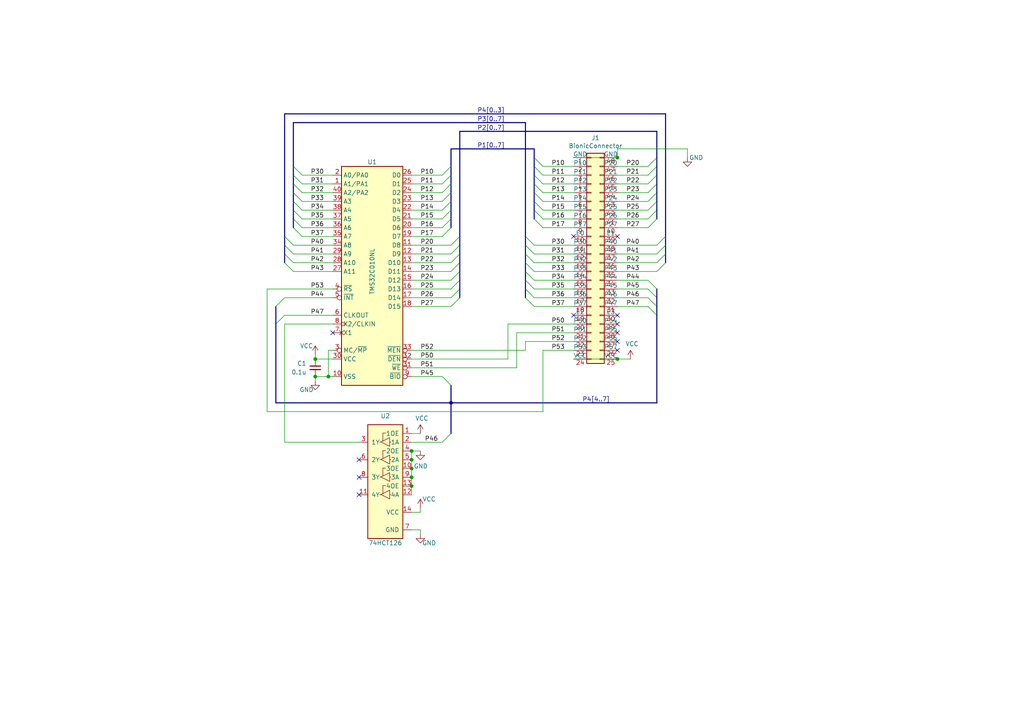
<source format=kicad_sch>
(kicad_sch (version 20211123) (generator eeschema)
  (paper "A4")
  (title_block (title "BionicTMS32010 Mezzanine") (date "2022-01-20") (rev "1") (company "Tadashi G. Takaoka"))
  (lib_symbols
    (symbol "0-LocalLibrary:74HCT126" (pin_names (offset 1.016))
      (property "Reference" "U" (at 0 16.51 0))
      (property "Value" "74HCT126" (at 0 -19.05 0))
      (symbol "74HCT126_0_1"
        (polyline (pts (xy -1.2954 10.2108) (xy -1.6002 10.2108)))
        (polyline (pts (xy 1.2954 10.2362) (xy 1.651 10.2362)))
        (polyline (pts (xy 0.7112 10.5664) (xy 0.7112 12.827) (xy -0.127 12.827) (xy -0.1016 12.827)))
      )
      (symbol "74HCT126_1_0"
        (polyline (pts (xy 1.27 10.2362) (xy -1.27 11.5062) (xy -1.27 8.9662) (xy 1.27 10.2362)) (stroke (width 0.1524)))
        (pin input line (at -7.62 12.7 0) (length 2.54) (name "1OE") (number "1"))
        (pin input line (at -7.62 2.54 0) (length 2.54) (name "3OE") (number "10"))
        (pin tri_state line (at 7.62 -5.08 180) (length 2.54) (name "4Y") (number "11"))
        (pin input line (at -7.62 -5.08 0) (length 2.54) (name "4A") (number "12"))
        (pin input line (at -7.62 -2.54 0) (length 2.54) (name "4OE") (number "13"))
        (pin power_in line (at -7.62 -10.16 0) (length 2.54) (name "VCC") (number "14"))
        (pin input line (at -7.62 10.16 0) (length 2.54) (name "1A") (number "2"))
        (pin tri_state line (at 7.62 10.16 180) (length 2.54) (name "1Y") (number "3"))
        (pin input line (at -7.62 7.62 0) (length 2.54) (name "2OE") (number "4"))
        (pin input line (at -7.62 5.08 0) (length 2.54) (name "2A") (number "5"))
        (pin tri_state line (at 7.62 5.08 180) (length 2.54) (name "2Y") (number "6"))
        (pin power_in line (at -7.62 -15.24 0) (length 2.54) (name "GND") (number "7"))
        (pin tri_state line (at 7.62 0 180) (length 2.54) (name "3Y") (number "8"))
        (pin input line (at -7.62 0 0) (length 2.54) (name "3A") (number "9"))
      )
      (symbol "74HCT126_1_1"
        (rectangle (start -5.08 15.24) (end 5.08 -17.78) (stroke (width 0.254)) (fill (type background)))
        (polyline (pts (xy -1.2954 -5.0292) (xy -1.6002 -5.0292)))
        (polyline (pts (xy -1.2954 0.0508) (xy -1.6002 0.0508)))
        (polyline (pts (xy -1.2954 5.1308) (xy -1.6002 5.1308)))
        (polyline (pts (xy 1.2954 -5.0038) (xy 1.651 -5.0038)))
        (polyline (pts (xy 1.2954 0.0762) (xy 1.651 0.0762)))
        (polyline (pts (xy 1.2954 5.1562) (xy 1.651 5.1562)))
        (polyline (pts (xy 0.7112 -4.6736) (xy 0.7112 -2.413) (xy -0.127 -2.413) (xy -0.1016 -2.413)))
        (polyline (pts (xy 0.7112 0.4064) (xy 0.7112 2.667) (xy -0.127 2.667) (xy -0.1016 2.667)))
        (polyline (pts (xy 0.7112 5.4864) (xy 0.7112 7.747) (xy -0.127 7.747) (xy -0.1016 7.747)))
        (polyline (pts (xy 1.27 -5.0038) (xy -1.27 -3.7338) (xy -1.27 -6.2738) (xy 1.27 -5.0038)) (stroke (width 0.1524)))
        (polyline (pts (xy 1.27 0.0762) (xy -1.27 1.3462) (xy -1.27 -1.1938) (xy 1.27 0.0762)) (stroke (width 0.1524)))
        (polyline (pts (xy 1.27 5.1562) (xy -1.27 6.4262) (xy -1.27 3.8862) (xy 1.27 5.1562)) (stroke (width 0.1524)))
      )
    )
    (symbol "0-LocalLibrary:BionicConnector" (pin_names (offset 0))
      (property "Reference" "J" (at 1.27 30.48 0))
      (property "Value" "BionicConnector" (at 3.81 33.02 0))
      (symbol "BionicConnector_1_1"
        (rectangle (start -1.27 -30.353) (end 0 -30.607) (stroke (width 0.1524)))
        (rectangle (start -1.27 -27.813) (end 0 -28.067) (stroke (width 0.1524)))
        (rectangle (start -1.27 -25.273) (end 0 -25.527) (stroke (width 0.1524)))
        (rectangle (start -1.27 -22.733) (end 0 -22.987) (stroke (width 0.1524)))
        (rectangle (start -1.27 -20.193) (end 0 -20.447) (stroke (width 0.1524)))
        (rectangle (start -1.27 -17.653) (end 0 -17.907) (stroke (width 0.1524)))
        (rectangle (start -1.27 -15.113) (end 0 -15.367) (stroke (width 0.1524)))
        (rectangle (start -1.27 -12.573) (end 0 -12.827) (stroke (width 0.1524)))
        (rectangle (start -1.27 -10.033) (end 0 -10.287) (stroke (width 0.1524)))
        (rectangle (start -1.27 -7.493) (end 0 -7.747) (stroke (width 0.1524)))
        (rectangle (start -1.27 -4.953) (end 0 -5.207) (stroke (width 0.1524)))
        (rectangle (start -1.27 -2.413) (end 0 -2.667) (stroke (width 0.1524)))
        (rectangle (start -1.27 0.127) (end 0 -0.127) (stroke (width 0.1524)))
        (rectangle (start -1.27 2.667) (end 0 2.413) (stroke (width 0.1524)))
        (rectangle (start -1.27 5.207) (end 0 4.953) (stroke (width 0.1524)))
        (rectangle (start -1.27 7.747) (end 0 7.493) (stroke (width 0.1524)))
        (rectangle (start -1.27 10.287) (end 0 10.033) (stroke (width 0.1524)))
        (rectangle (start -1.27 12.827) (end 0 12.573) (stroke (width 0.1524)))
        (rectangle (start -1.27 15.367) (end 0 15.113) (stroke (width 0.1524)))
        (rectangle (start -1.27 17.907) (end 0 17.653) (stroke (width 0.1524)))
        (rectangle (start -1.27 20.447) (end 0 20.193) (stroke (width 0.1524)))
        (rectangle (start -1.27 22.987) (end 0 22.733) (stroke (width 0.1524)))
        (rectangle (start -1.27 25.527) (end 0 25.273) (stroke (width 0.1524)))
        (rectangle (start -1.27 28.067) (end 0 27.813) (stroke (width 0.1524)))
        (rectangle (start -1.27 29.21) (end 3.81 -31.75) (stroke (width 0.254)) (fill (type background)))
        (rectangle (start 3.81 -30.353) (end 2.54 -30.607) (stroke (width 0.1524)))
        (rectangle (start 3.81 -27.813) (end 2.54 -28.067) (stroke (width 0.1524)))
        (rectangle (start 3.81 -25.273) (end 2.54 -25.527) (stroke (width 0.1524)))
        (rectangle (start 3.81 -22.733) (end 2.54 -22.987) (stroke (width 0.1524)))
        (rectangle (start 3.81 -20.193) (end 2.54 -20.447) (stroke (width 0.1524)))
        (rectangle (start 3.81 -17.653) (end 2.54 -17.907) (stroke (width 0.1524)))
        (rectangle (start 3.81 -15.113) (end 2.54 -15.367) (stroke (width 0.1524)))
        (rectangle (start 3.81 -12.573) (end 2.54 -12.827) (stroke (width 0.1524)))
        (rectangle (start 3.81 -10.033) (end 2.54 -10.287) (stroke (width 0.1524)))
        (rectangle (start 3.81 -7.493) (end 2.54 -7.747) (stroke (width 0.1524)))
        (rectangle (start 3.81 -4.953) (end 2.54 -5.207) (stroke (width 0.1524)))
        (rectangle (start 3.81 -2.413) (end 2.54 -2.667) (stroke (width 0.1524)))
        (rectangle (start 3.81 0.127) (end 2.54 -0.127) (stroke (width 0.1524)))
        (rectangle (start 3.81 2.667) (end 2.54 2.413) (stroke (width 0.1524)))
        (rectangle (start 3.81 5.207) (end 2.54 4.953) (stroke (width 0.1524)))
        (rectangle (start 3.81 7.747) (end 2.54 7.493) (stroke (width 0.1524)))
        (rectangle (start 3.81 10.287) (end 2.54 10.033) (stroke (width 0.1524)))
        (rectangle (start 3.81 12.827) (end 2.54 12.573) (stroke (width 0.1524)))
        (rectangle (start 3.81 15.367) (end 2.54 15.113) (stroke (width 0.1524)))
        (rectangle (start 3.81 17.907) (end 2.54 17.653) (stroke (width 0.1524)))
        (rectangle (start 3.81 20.447) (end 2.54 20.193) (stroke (width 0.1524)))
        (rectangle (start 3.81 22.987) (end 2.54 22.733) (stroke (width 0.1524)))
        (rectangle (start 3.81 25.527) (end 2.54 25.273) (stroke (width 0.1524)))
        (rectangle (start 3.81 28.067) (end 2.54 27.813) (stroke (width 0.1524)))
        (pin power_out line (at -5.08 27.94 0) (length 3.81) (name "GND") (number "1"))
        (pin bidirectional line (at -5.08 5.08 0) (length 3.81) (name "E0") (number "10"))
        (pin bidirectional line (at -5.08 2.54 0) (length 3.81) (name "P30") (number "11"))
        (pin bidirectional line (at -5.08 0 0) (length 3.81) (name "P31") (number "12"))
        (pin bidirectional line (at -5.08 -2.54 0) (length 3.81) (name "P32") (number "13"))
        (pin bidirectional line (at -5.08 -5.08 0) (length 3.81) (name "P33") (number "14"))
        (pin bidirectional line (at -5.08 -7.62 0) (length 3.81) (name "P34") (number "15"))
        (pin bidirectional line (at -5.08 -10.16 0) (length 3.81) (name "P35") (number "16"))
        (pin bidirectional line (at -5.08 -12.7 0) (length 3.81) (name "P36") (number "17"))
        (pin bidirectional line (at -5.08 -15.24 0) (length 3.81) (name "P37") (number "18"))
        (pin bidirectional line (at -5.08 -17.78 0) (length 3.81) (name "E2") (number "19"))
        (pin bidirectional line (at -5.08 25.4 0) (length 3.81) (name "P10") (number "2"))
        (pin bidirectional line (at -5.08 -20.32 0) (length 3.81) (name "P50") (number "20"))
        (pin bidirectional line (at -5.08 -22.86 0) (length 3.81) (name "P51") (number "21"))
        (pin bidirectional line (at -5.08 -25.4 0) (length 3.81) (name "P52") (number "22"))
        (pin bidirectional line (at -5.08 -27.94 0) (length 3.81) (name "P53") (number "23"))
        (pin power_out line (at -5.08 -30.48 0) (length 3.81) (name "VCC") (number "24"))
        (pin power_in line (at 7.62 -30.48 180) (length 3.81) (name "VCC") (number "25"))
        (pin bidirectional line (at 7.62 -27.94 180) (length 3.81) (name "P57") (number "26"))
        (pin bidirectional line (at 7.62 -25.4 180) (length 3.81) (name "P56") (number "27"))
        (pin bidirectional line (at 7.62 -22.86 180) (length 3.81) (name "P55") (number "28"))
        (pin bidirectional line (at 7.62 -20.32 180) (length 3.81) (name "P54") (number "29"))
        (pin bidirectional line (at -5.08 22.86 0) (length 3.81) (name "P11") (number "3"))
        (pin bidirectional line (at 7.62 -17.78 180) (length 3.81) (name "E3") (number "30"))
        (pin bidirectional line (at 7.62 -15.24 180) (length 3.81) (name "P47") (number "31"))
        (pin bidirectional line (at 7.62 -12.7 180) (length 3.81) (name "P46") (number "32"))
        (pin bidirectional line (at 7.62 -10.16 180) (length 3.81) (name "P45") (number "33"))
        (pin bidirectional line (at 7.62 -7.62 180) (length 3.81) (name "P44") (number "34"))
        (pin bidirectional line (at 7.62 -5.08 180) (length 3.81) (name "P43") (number "35"))
        (pin bidirectional line (at 7.62 -2.54 180) (length 3.81) (name "P42") (number "36"))
        (pin bidirectional line (at 7.62 0 180) (length 3.81) (name "P41") (number "37"))
        (pin bidirectional line (at 7.62 2.54 180) (length 3.81) (name "P40") (number "38"))
        (pin bidirectional line (at 7.62 5.08 180) (length 3.81) (name "E1") (number "39"))
        (pin bidirectional line (at -5.08 20.32 0) (length 3.81) (name "P12") (number "4"))
        (pin bidirectional line (at 7.62 7.62 180) (length 3.81) (name "P27") (number "40"))
        (pin bidirectional line (at 7.62 10.16 180) (length 3.81) (name "P26") (number "41"))
        (pin bidirectional line (at 7.62 12.7 180) (length 3.81) (name "P25") (number "42"))
        (pin bidirectional line (at 7.62 15.24 180) (length 3.81) (name "P24") (number "43"))
        (pin bidirectional line (at 7.62 17.78 180) (length 3.81) (name "P23") (number "44"))
        (pin bidirectional line (at 7.62 20.32 180) (length 3.81) (name "P22") (number "45"))
        (pin bidirectional line (at 7.62 22.86 180) (length 3.81) (name "P21") (number "46"))
        (pin bidirectional line (at 7.62 25.4 180) (length 3.81) (name "P20") (number "47"))
        (pin power_in line (at 7.62 27.94 180) (length 3.81) (name "GND") (number "48"))
        (pin bidirectional line (at -5.08 17.78 0) (length 3.81) (name "P13") (number "5"))
        (pin bidirectional line (at -5.08 15.24 0) (length 3.81) (name "P14") (number "6"))
        (pin bidirectional line (at -5.08 12.7 0) (length 3.81) (name "P15") (number "7"))
        (pin bidirectional line (at -5.08 10.16 0) (length 3.81) (name "P16") (number "8"))
        (pin bidirectional line (at -5.08 7.62 0) (length 3.81) (name "P17") (number "9"))
      )
    )
    (symbol "0-LocalLibrary:TMS32C010NL"
      (property "Reference" "U" (at -1.27 31.75 0))
      (property "Value" "TMS32C010NL" (at 0 -3.81 90))
      (symbol "TMS32C010NL_0_1"
        (rectangle (start -8.89 -33.02) (end 8.89 30.48) (stroke (width 0.254)) (fill (type background)))
      )
      (symbol "TMS32C010NL_1_0"
        (pin bidirectional line (at 11.43 10.16 180) (length 2.54) (name "D7") (number "19"))
      )
      (symbol "TMS32C010NL_1_1"
        (pin output line (at -11.43 25.4 0) (length 2.54) (name "A1/PA1") (number "1"))
        (pin power_in line (at -11.43 -30.48 0) (length 2.54) (name "VSS") (number "10"))
        (pin bidirectional line (at 11.43 7.62 180) (length 2.54) (name "D8") (number "11"))
        (pin bidirectional line (at 11.43 5.08 180) (length 2.54) (name "D9") (number "12"))
        (pin bidirectional line (at 11.43 2.54 180) (length 2.54) (name "D10") (number "13"))
        (pin bidirectional line (at 11.43 0 180) (length 2.54) (name "D11") (number "14"))
        (pin bidirectional line (at 11.43 -2.54 180) (length 2.54) (name "D12") (number "15"))
        (pin bidirectional line (at 11.43 -5.08 180) (length 2.54) (name "D13") (number "16"))
        (pin bidirectional line (at 11.43 -7.62 180) (length 2.54) (name "D14") (number "17"))
        (pin bidirectional line (at 11.43 -10.16 180) (length 2.54) (name "D15") (number "18"))
        (pin output line (at -11.43 27.94 0) (length 2.54) (name "A0/PA0") (number "2"))
        (pin bidirectional line (at 11.43 12.7 180) (length 2.54) (name "D6") (number "20"))
        (pin bidirectional line (at 11.43 15.24 180) (length 2.54) (name "D5") (number "21"))
        (pin bidirectional line (at 11.43 17.78 180) (length 2.54) (name "D4") (number "22"))
        (pin bidirectional line (at 11.43 20.32 180) (length 2.54) (name "D3") (number "23"))
        (pin bidirectional line (at 11.43 22.86 180) (length 2.54) (name "D2") (number "24"))
        (pin bidirectional line (at 11.43 25.4 180) (length 2.54) (name "D1") (number "25"))
        (pin bidirectional line (at 11.43 27.94 180) (length 2.54) (name "D0") (number "26"))
        (pin output line (at -11.43 0 0) (length 2.54) (name "A11") (number "27"))
        (pin output line (at -11.43 2.54 0) (length 2.54) (name "A10") (number "28"))
        (pin output line (at -11.43 5.08 0) (length 2.54) (name "A9") (number "29"))
        (pin input inverted (at -11.43 -22.86 0) (length 2.54) (name "MC/~{MP}") (number "3"))
        (pin power_in line (at -11.43 -25.4 0) (length 2.54) (name "VCC") (number "30"))
        (pin bidirectional inverted (at 11.43 -27.94 180) (length 2.54) (name "~{WE}") (number "31"))
        (pin output inverted (at 11.43 -25.4 180) (length 2.54) (name "~{DEN}") (number "32"))
        (pin output inverted (at 11.43 -22.86 180) (length 2.54) (name "~{MEN}") (number "33"))
        (pin output line (at -11.43 7.62 0) (length 2.54) (name "A8") (number "34"))
        (pin output line (at -11.43 10.16 0) (length 2.54) (name "A7") (number "35"))
        (pin output line (at -11.43 12.7 0) (length 2.54) (name "A6") (number "36"))
        (pin output line (at -11.43 15.24 0) (length 2.54) (name "A5") (number "37"))
        (pin output line (at -11.43 17.78 0) (length 2.54) (name "A4") (number "38"))
        (pin output line (at -11.43 20.32 0) (length 2.54) (name "A3") (number "39"))
        (pin input inverted (at -11.43 -5.08 0) (length 2.54) (name "~{RS}") (number "4"))
        (pin output line (at -11.43 22.86 0) (length 2.54) (name "A2/PA2") (number "40"))
        (pin input inverted (at -11.43 -7.62 0) (length 2.54) (name "~{INT}") (number "5"))
        (pin output line (at -11.43 -12.7 0) (length 2.54) (name "CLKOUT") (number "6"))
        (pin passive non_logic (at -11.43 -17.78 0) (length 2.54) (name "X1") (number "7"))
        (pin input clock (at -11.43 -15.24 0) (length 2.54) (name "X2/CLKIN") (number "8"))
        (pin input inverted (at 11.43 -30.48 180) (length 2.54) (name "~{BIO}") (number "9"))
      )
    )
    (symbol "Device:C_Small" (pin_numbers hide) (pin_names (offset 0.254) hide)
      (property "Reference" "C" (at 0.254 1.778 0))
      (property "Value" "C_Small" (at 0.254 -2.032 0))
      (symbol "C_Small_0_1"
        (polyline (pts (xy -1.524 -0.508) (xy 1.524 -0.508)) (stroke (width 0.3302)))
        (polyline (pts (xy -1.524 0.508) (xy 1.524 0.508)) (stroke (width 0.3048)))
      )
      (symbol "C_Small_1_1"
        (pin passive line (at 0 2.54 270) (length 2.032) (name "~") (number "1"))
        (pin passive line (at 0 -2.54 90) (length 2.032) (name "~") (number "2"))
      )
    )
    (symbol "power:GND" (power) (pin_names (offset 0))
      (property "Value" "GND" (at 0 -3.81 0))
      (symbol "GND_0_1"
        (polyline (pts (xy 0 0) (xy 0 -1.27) (xy 1.27 -1.27) (xy 0 -2.54) (xy -1.27 -1.27) (xy 0 -1.27)))
      )
      (symbol "GND_1_1"
        (pin power_in line (at 0 0 270) (length 0) hide (name "GND") (number "1"))
      )
    )
    (symbol "power:VCC" (power) (pin_names (offset 0))
      (property "Value" "VCC" (at 0 3.81 0))
      (symbol "VCC_0_1"
        (polyline (pts (xy -0.762 1.27) (xy 0 2.54)))
        (polyline (pts (xy 0 0) (xy 0 2.54)))
        (polyline (pts (xy 0 2.54) (xy 0.762 1.27)))
      )
      (symbol "VCC_1_1"
        (pin power_in line (at 0 0 90) (length 0) hide (name "VCC") (number "1"))
      )
    )
  )
  (junction (at 119.38 130.81))
  (junction (at 119.38 140.97))
  (junction (at 179.07 45.72))
  (junction (at 119.38 133.35))
  (junction (at 91.44 104.14))
  (junction (at 179.07 104.14))
  (junction (at 119.38 135.89))
  (junction (at 119.38 138.43))
  (junction (at 95.25 109.22))
  (junction (at 91.44 109.22))
  (junction (at 130.81 116.84))
  (no_connect (at 96.52 96.52))
  (no_connect (at 104.14 143.51))
  (no_connect (at 104.14 138.43))
  (no_connect (at 179.07 68.58))
  (no_connect (at 166.37 68.58))
  (no_connect (at 104.14 133.35))
  (no_connect (at 179.07 96.52))
  (no_connect (at 166.37 91.44))
  (no_connect (at 179.07 101.6))
  (no_connect (at 179.07 93.98))
  (no_connect (at 179.07 99.06))
  (no_connect (at 179.07 91.44))
  (bus_entry (at 190.5 50.8) (size -2.54 2.54))
  (bus_entry (at 190.5 55.88) (size -2.54 2.54))
  (bus_entry (at 157.48 53.34) (size -2.54 -2.54))
  (bus_entry (at 128.27 68.58) (size 2.54 -2.54))
  (bus_entry (at 157.48 63.5) (size -2.54 -2.54))
  (bus_entry (at 133.35 78.74) (size -2.54 2.54))
  (bus_entry (at 152.4 73.66) (size 2.54 2.54))
  (bus_entry (at 87.63 55.88) (size -2.54 -2.54))
  (bus_entry (at 157.48 60.96) (size -2.54 -2.54))
  (bus_entry (at 157.48 48.26) (size -2.54 -2.54))
  (bus_entry (at 133.35 81.28) (size -2.54 2.54))
  (bus_entry (at 128.27 50.8) (size 2.54 -2.54))
  (bus_entry (at 190.5 48.26) (size -2.54 2.54))
  (bus_entry (at 187.96 86.36) (size 2.54 2.54))
  (bus_entry (at 133.35 76.2) (size -2.54 2.54))
  (bus_entry (at 87.63 50.8) (size -2.54 -2.54))
  (bus_entry (at 133.35 73.66) (size -2.54 2.54))
  (bus_entry (at 152.4 86.36) (size 2.54 2.54))
  (bus_entry (at 193.04 76.2) (size -2.54 2.54))
  (bus_entry (at 190.5 58.42) (size -2.54 2.54))
  (bus_entry (at 152.4 71.12) (size 2.54 2.54))
  (bus_entry (at 152.4 78.74) (size 2.54 2.54))
  (bus_entry (at 157.48 55.88) (size -2.54 -2.54))
  (bus_entry (at 82.55 86.36) (size -2.54 2.54))
  (bus_entry (at 128.27 109.22) (size 2.54 2.54))
  (bus_entry (at 130.81 125.73) (size -2.54 2.54))
  (bus_entry (at 87.63 66.04) (size -2.54 -2.54))
  (bus_entry (at 133.35 71.12) (size -2.54 2.54))
  (bus_entry (at 82.55 73.66) (size 2.54 2.54))
  (bus_entry (at 87.63 68.58) (size -2.54 -2.54))
  (bus_entry (at 190.5 60.96) (size -2.54 2.54))
  (bus_entry (at 82.55 68.58) (size 2.54 2.54))
  (bus_entry (at 190.5 63.5) (size -2.54 2.54))
  (bus_entry (at 82.55 71.12) (size 2.54 2.54))
  (bus_entry (at 128.27 58.42) (size 2.54 -2.54))
  (bus_entry (at 187.96 83.82) (size 2.54 2.54))
  (bus_entry (at 152.4 76.2) (size 2.54 2.54))
  (bus_entry (at 187.96 81.28) (size 2.54 2.54))
  (bus_entry (at 193.04 68.58) (size -2.54 2.54))
  (bus_entry (at 133.35 86.36) (size -2.54 2.54))
  (bus_entry (at 154.94 71.12) (size -2.54 -2.54))
  (bus_entry (at 87.63 53.34) (size -2.54 -2.54))
  (bus_entry (at 187.96 88.9) (size 2.54 2.54))
  (bus_entry (at 190.5 45.72) (size -2.54 2.54))
  (bus_entry (at 128.27 66.04) (size 2.54 -2.54))
  (bus_entry (at 128.27 53.34) (size 2.54 -2.54))
  (bus_entry (at 190.5 53.34) (size -2.54 2.54))
  (bus_entry (at 82.55 76.2) (size 2.54 2.54))
  (bus_entry (at 157.48 50.8) (size -2.54 -2.54))
  (bus_entry (at 157.48 58.42) (size -2.54 -2.54))
  (bus_entry (at 193.04 71.12) (size -2.54 2.54))
  (bus_entry (at 133.35 68.58) (size -2.54 2.54))
  (bus_entry (at 133.35 83.82) (size -2.54 2.54))
  (bus_entry (at 128.27 63.5) (size 2.54 -2.54))
  (bus_entry (at 82.55 91.44) (size -2.54 2.54))
  (bus_entry (at 193.04 73.66) (size -2.54 2.54))
  (bus_entry (at 157.48 66.04) (size -2.54 -2.54))
  (bus_entry (at 87.63 63.5) (size -2.54 -2.54))
  (bus_entry (at 152.4 83.82) (size 2.54 2.54))
  (bus_entry (at 87.63 58.42) (size -2.54 -2.54))
  (bus_entry (at 87.63 60.96) (size -2.54 -2.54))
  (bus_entry (at 128.27 60.96) (size 2.54 -2.54))
  (bus_entry (at 152.4 81.28) (size 2.54 2.54))
  (bus_entry (at 128.27 55.88) (size 2.54 -2.54))
  (wire (pts (xy 119.38 55.88) (xy 128.27 55.88)))
  (wire (pts (xy 119.38 101.6) (xy 152.4 101.6)))
  (wire (pts (xy 166.37 53.34) (xy 157.48 53.34)))
  (wire (pts (xy 157.48 101.6) (xy 157.48 119.38)))
  (wire (pts (xy 77.47 83.82) (xy 96.52 83.82)))
  (wire (pts (xy 77.47 119.38) (xy 77.47 83.82)))
  (wire (pts (xy 91.44 104.14) (xy 96.52 104.14)))
  (wire (pts (xy 119.38 60.96) (xy 128.27 60.96)))
  (wire (pts (xy 166.37 60.96) (xy 157.48 60.96)))
  (bus (pts (xy 190.5 60.96) (xy 190.5 63.5)))
  (wire (pts (xy 147.32 93.98) (xy 166.37 93.98)))
  (wire (pts (xy 154.94 88.9) (xy 166.37 88.9)))
  (wire (pts (xy 119.38 86.36) (xy 130.81 86.36)))
  (wire (pts (xy 96.52 66.04) (xy 87.63 66.04)))
  (wire (pts (xy 85.09 76.2) (xy 96.52 76.2)))
  (wire (pts (xy 149.86 96.52) (xy 166.37 96.52)))
  (wire (pts (xy 119.38 128.27) (xy 128.27 128.27)))
  (bus (pts (xy 154.94 58.42) (xy 154.94 60.96)))
  (bus (pts (xy 154.94 55.88) (xy 154.94 58.42)))
  (bus (pts (xy 130.81 43.18) (xy 130.81 48.26)))
  (wire (pts (xy 179.07 43.18) (xy 199.39 43.18)))
  (bus (pts (xy 190.5 38.1) (xy 190.5 45.72)))
  (bus (pts (xy 154.94 43.18) (xy 154.94 45.72)))
  (bus (pts (xy 130.81 48.26) (xy 130.81 50.8)))
  (wire (pts (xy 119.38 135.89) (xy 119.38 133.35)))
  (wire (pts (xy 121.92 148.59) (xy 119.38 148.59)))
  (wire (pts (xy 91.44 104.14) (xy 91.44 102.87)))
  (bus (pts (xy 154.94 48.26) (xy 154.94 50.8)))
  (wire (pts (xy 95.25 101.6) (xy 95.25 109.22)))
  (wire (pts (xy 179.07 43.18) (xy 179.07 45.72)))
  (wire (pts (xy 119.38 81.28) (xy 130.81 81.28)))
  (wire (pts (xy 96.52 58.42) (xy 87.63 58.42)))
  (wire (pts (xy 96.52 50.8) (xy 87.63 50.8)))
  (wire (pts (xy 119.38 104.14) (xy 147.32 104.14)))
  (wire (pts (xy 85.09 73.66) (xy 96.52 73.66)))
  (bus (pts (xy 80.01 88.9) (xy 80.01 93.98)))
  (wire (pts (xy 119.38 130.81) (xy 119.38 133.35)))
  (bus (pts (xy 154.94 50.8) (xy 154.94 53.34)))
  (wire (pts (xy 119.38 83.82) (xy 130.81 83.82)))
  (wire (pts (xy 96.52 68.58) (xy 87.63 68.58)))
  (bus (pts (xy 190.5 88.9) (xy 190.5 91.44)))
  (bus (pts (xy 85.09 35.56) (xy 85.09 48.26)))
  (bus (pts (xy 130.81 55.88) (xy 130.81 58.42)))
  (wire (pts (xy 166.37 83.82) (xy 154.94 83.82)))
  (wire (pts (xy 166.37 66.04) (xy 157.48 66.04)))
  (wire (pts (xy 119.38 109.22) (xy 128.27 109.22)))
  (wire (pts (xy 179.07 58.42) (xy 187.96 58.42)))
  (bus (pts (xy 85.09 50.8) (xy 85.09 53.34)))
  (bus (pts (xy 152.4 83.82) (xy 152.4 86.36)))
  (bus (pts (xy 82.55 33.02) (xy 193.04 33.02)))
  (wire (pts (xy 157.48 119.38) (xy 77.47 119.38)))
  (wire (pts (xy 166.37 104.14) (xy 179.07 104.14)))
  (bus (pts (xy 193.04 73.66) (xy 193.04 76.2)))
  (wire (pts (xy 149.86 106.68) (xy 149.86 96.52)))
  (bus (pts (xy 130.81 43.18) (xy 154.94 43.18)))
  (wire (pts (xy 166.37 76.2) (xy 154.94 76.2)))
  (wire (pts (xy 152.4 101.6) (xy 152.4 99.06)))
  (wire (pts (xy 96.52 60.96) (xy 87.63 60.96)))
  (wire (pts (xy 119.38 138.43) (xy 119.38 135.89)))
  (wire (pts (xy 85.09 78.74) (xy 96.52 78.74)))
  (wire (pts (xy 95.25 109.22) (xy 96.52 109.22)))
  (bus (pts (xy 133.35 68.58) (xy 133.35 71.12)))
  (wire (pts (xy 199.39 43.18) (xy 199.39 45.72)))
  (bus (pts (xy 85.09 55.88) (xy 85.09 58.42)))
  (bus (pts (xy 152.4 35.56) (xy 152.4 68.58)))
  (bus (pts (xy 82.55 71.12) (xy 82.55 73.66)))
  (wire (pts (xy 179.07 48.26) (xy 187.96 48.26)))
  (wire (pts (xy 179.07 71.12) (xy 190.5 71.12)))
  (bus (pts (xy 82.55 73.66) (xy 82.55 76.2)))
  (wire (pts (xy 119.38 106.68) (xy 149.86 106.68)))
  (wire (pts (xy 96.52 101.6) (xy 95.25 101.6)))
  (wire (pts (xy 166.37 58.42) (xy 157.48 58.42)))
  (wire (pts (xy 179.07 66.04) (xy 187.96 66.04)))
  (bus (pts (xy 133.35 81.28) (xy 133.35 83.82)))
  (wire (pts (xy 119.38 153.67) (xy 121.92 153.67)))
  (bus (pts (xy 193.04 68.58) (xy 193.04 71.12)))
  (bus (pts (xy 133.35 76.2) (xy 133.35 78.74)))
  (wire (pts (xy 121.92 154.94) (xy 121.92 153.67)))
  (bus (pts (xy 133.35 38.1) (xy 133.35 68.58)))
  (bus (pts (xy 130.81 53.34) (xy 130.81 55.88)))
  (bus (pts (xy 130.81 116.84) (xy 130.81 125.73)))
  (wire (pts (xy 82.55 128.27) (xy 82.55 93.98)))
  (wire (pts (xy 119.38 53.34) (xy 128.27 53.34)))
  (wire (pts (xy 179.07 88.9) (xy 187.96 88.9)))
  (wire (pts (xy 119.38 73.66) (xy 130.81 73.66)))
  (wire (pts (xy 166.37 73.66) (xy 154.94 73.66)))
  (bus (pts (xy 130.81 63.5) (xy 130.81 66.04)))
  (wire (pts (xy 119.38 140.97) (xy 119.38 138.43)))
  (bus (pts (xy 85.09 53.34) (xy 85.09 55.88)))
  (bus (pts (xy 130.81 60.96) (xy 130.81 63.5)))
  (wire (pts (xy 104.14 128.27) (xy 82.55 128.27)))
  (wire (pts (xy 96.52 53.34) (xy 87.63 53.34)))
  (wire (pts (xy 179.07 78.74) (xy 190.5 78.74)))
  (wire (pts (xy 179.07 53.34) (xy 187.96 53.34)))
  (bus (pts (xy 152.4 73.66) (xy 152.4 76.2)))
  (bus (pts (xy 152.4 81.28) (xy 152.4 83.82)))
  (wire (pts (xy 179.07 76.2) (xy 190.5 76.2)))
  (bus (pts (xy 190.5 55.88) (xy 190.5 58.42)))
  (wire (pts (xy 119.38 50.8) (xy 128.27 50.8)))
  (bus (pts (xy 133.35 71.12) (xy 133.35 73.66)))
  (bus (pts (xy 85.09 58.42) (xy 85.09 60.96)))
  (wire (pts (xy 179.07 81.28) (xy 187.96 81.28)))
  (wire (pts (xy 121.92 148.59) (xy 121.92 147.32)))
  (wire (pts (xy 166.37 81.28) (xy 154.94 81.28)))
  (wire (pts (xy 82.55 93.98) (xy 96.52 93.98)))
  (wire (pts (xy 96.52 55.88) (xy 87.63 55.88)))
  (bus (pts (xy 190.5 48.26) (xy 190.5 50.8)))
  (wire (pts (xy 166.37 78.74) (xy 154.94 78.74)))
  (wire (pts (xy 166.37 71.12) (xy 154.94 71.12)))
  (wire (pts (xy 119.38 66.04) (xy 128.27 66.04)))
  (bus (pts (xy 193.04 71.12) (xy 193.04 73.66)))
  (wire (pts (xy 96.52 63.5) (xy 87.63 63.5)))
  (bus (pts (xy 85.09 63.5) (xy 85.09 66.04)))
  (bus (pts (xy 190.5 86.36) (xy 190.5 88.9)))
  (wire (pts (xy 179.07 104.14) (xy 182.88 104.14)))
  (wire (pts (xy 179.07 55.88) (xy 187.96 55.88)))
  (bus (pts (xy 190.5 91.44) (xy 190.5 116.84)))
  (wire (pts (xy 119.38 58.42) (xy 128.27 58.42)))
  (wire (pts (xy 179.07 83.82) (xy 187.96 83.82)))
  (bus (pts (xy 190.5 83.82) (xy 190.5 86.36)))
  (wire (pts (xy 119.38 76.2) (xy 130.81 76.2)))
  (bus (pts (xy 133.35 78.74) (xy 133.35 81.28)))
  (wire (pts (xy 96.52 91.44) (xy 82.55 91.44)))
  (wire (pts (xy 157.48 101.6) (xy 166.37 101.6)))
  (bus (pts (xy 190.5 38.1) (xy 133.35 38.1)))
  (bus (pts (xy 152.4 78.74) (xy 152.4 81.28)))
  (wire (pts (xy 96.52 86.36) (xy 82.55 86.36)))
  (wire (pts (xy 119.38 71.12) (xy 130.81 71.12)))
  (wire (pts (xy 154.94 86.36) (xy 166.37 86.36)))
  (bus (pts (xy 82.55 68.58) (xy 82.55 33.02)))
  (wire (pts (xy 179.07 63.5) (xy 187.96 63.5)))
  (wire (pts (xy 119.38 78.74) (xy 130.81 78.74)))
  (wire (pts (xy 166.37 55.88) (xy 157.48 55.88)))
  (bus (pts (xy 85.09 35.56) (xy 152.4 35.56)))
  (bus (pts (xy 154.94 45.72) (xy 154.94 48.26)))
  (bus (pts (xy 85.09 48.26) (xy 85.09 50.8)))
  (bus (pts (xy 193.04 33.02) (xy 193.04 68.58)))
  (bus (pts (xy 133.35 83.82) (xy 133.35 86.36)))
  (bus (pts (xy 154.94 60.96) (xy 154.94 63.5)))
  (bus (pts (xy 80.01 116.84) (xy 130.81 116.84)))
  (bus (pts (xy 190.5 58.42) (xy 190.5 60.96)))
  (wire (pts (xy 119.38 88.9) (xy 130.81 88.9)))
  (bus (pts (xy 82.55 68.58) (xy 82.55 71.12)))
  (wire (pts (xy 119.38 130.81) (xy 121.92 130.81)))
  (bus (pts (xy 85.09 60.96) (xy 85.09 63.5)))
  (bus (pts (xy 80.01 93.98) (xy 80.01 116.84)))
  (wire (pts (xy 179.07 50.8) (xy 187.96 50.8)))
  (wire (pts (xy 179.07 73.66) (xy 190.5 73.66)))
  (bus (pts (xy 133.35 73.66) (xy 133.35 76.2)))
  (bus (pts (xy 152.4 71.12) (xy 152.4 73.66)))
  (wire (pts (xy 179.07 60.96) (xy 187.96 60.96)))
  (wire (pts (xy 91.44 110.49) (xy 91.44 109.22)))
  (bus (pts (xy 130.81 50.8) (xy 130.81 53.34)))
  (bus (pts (xy 130.81 111.76) (xy 130.81 116.84)))
  (bus (pts (xy 154.94 53.34) (xy 154.94 55.88)))
  (wire (pts (xy 179.07 86.36) (xy 187.96 86.36)))
  (wire (pts (xy 119.38 68.58) (xy 128.27 68.58)))
  (wire (pts (xy 166.37 48.26) (xy 157.48 48.26)))
  (wire (pts (xy 119.38 143.51) (xy 119.38 140.97)))
  (bus (pts (xy 190.5 53.34) (xy 190.5 55.88)))
  (bus (pts (xy 152.4 76.2) (xy 152.4 78.74)))
  (bus (pts (xy 130.81 116.84) (xy 190.5 116.84)))
  (wire (pts (xy 166.37 63.5) (xy 157.48 63.5)))
  (wire (pts (xy 152.4 99.06) (xy 166.37 99.06)))
  (bus (pts (xy 190.5 50.8) (xy 190.5 53.34)))
  (bus (pts (xy 130.81 58.42) (xy 130.81 60.96)))
  (wire (pts (xy 85.09 71.12) (xy 96.52 71.12)))
  (wire (pts (xy 91.44 109.22) (xy 95.25 109.22)))
  (wire (pts (xy 147.32 104.14) (xy 147.32 93.98)))
  (bus (pts (xy 190.5 45.72) (xy 190.5 48.26)))
  (wire (pts (xy 166.37 50.8) (xy 157.48 50.8)))
  (bus (pts (xy 152.4 68.58) (xy 152.4 71.12)))
  (wire (pts (xy 166.37 45.72) (xy 179.07 45.72)))
  (wire (pts (xy 119.38 63.5) (xy 128.27 63.5)))
  (wire (pts (xy 119.38 125.73) (xy 121.92 125.73)))
  (label "P11" (at 121.92 53.34 0))
  (label "P2[0..7]" (at 138.43 38.1 0))
  (label "P36" (at 93.98 66.04 180))
  (label "P24" (at 181.61 58.42 0))
  (label "P50" (at 121.92 104.14 0))
  (label "P21" (at 121.92 73.66 0))
  (label "P44" (at 93.98 86.36 180))
  (label "P17" (at 163.83 66.04 180))
  (label "P41" (at 181.61 73.66 0))
  (label "P36" (at 163.83 86.36 180))
  (label "P20" (at 181.61 48.26 0))
  (label "P51" (at 121.92 106.68 0))
  (label "P53" (at 93.98 83.82 180))
  (label "P13" (at 121.92 58.42 0))
  (label "P45" (at 121.92 109.22 0))
  (label "P46" (at 181.61 86.36 0))
  (label "P12" (at 163.83 53.34 180))
  (label "P34" (at 163.83 81.28 180))
  (label "P22" (at 181.61 53.34 0))
  (label "P16" (at 163.83 63.5 180))
  (label "P23" (at 121.92 78.74 0))
  (label "P52" (at 163.83 99.06 180))
  (label "P13" (at 163.83 55.88 180))
  (label "P15" (at 163.83 60.96 180))
  (label "P52" (at 121.92 101.6 0))
  (label "P37" (at 93.98 68.58 180))
  (label "P31" (at 163.83 73.66 180))
  (label "P47" (at 93.98 91.44 180))
  (label "P51" (at 163.83 96.52 180))
  (label "P17" (at 121.92 68.58 0))
  (label "P47" (at 181.61 88.9 0))
  (label "P4[0..3]" (at 138.43 33.02 0))
  (label "P40" (at 93.98 71.12 180))
  (label "P4[4..7]" (at 168.91 116.84 0))
  (label "P42" (at 181.61 76.2 0))
  (label "P21" (at 181.61 50.8 0))
  (label "P44" (at 181.61 81.28 0))
  (label "P30" (at 93.98 50.8 180))
  (label "P10" (at 163.83 48.26 180))
  (label "P31" (at 93.98 53.34 180))
  (label "P14" (at 121.92 60.96 0))
  (label "P3[0..7]" (at 138.43 35.56 0))
  (label "P42" (at 93.98 76.2 180))
  (label "P25" (at 121.92 83.82 0))
  (label "P50" (at 163.83 93.98 180))
  (label "P45" (at 181.61 83.82 0))
  (label "P26" (at 181.61 63.5 0))
  (label "P43" (at 93.98 78.74 180))
  (label "P26" (at 121.92 86.36 0))
  (label "P14" (at 163.83 58.42 180))
  (label "P23" (at 181.61 55.88 0))
  (label "P27" (at 121.92 88.9 0))
  (label "P10" (at 121.92 50.8 0))
  (label "P1[0..7]" (at 138.43 43.18 0))
  (label "P27" (at 181.61 66.04 0))
  (label "P33" (at 163.83 78.74 180))
  (label "P40" (at 181.61 71.12 0))
  (label "P46" (at 123.19 128.27 0))
  (label "P25" (at 181.61 60.96 0))
  (label "P32" (at 163.83 76.2 180))
  (label "P37" (at 163.83 88.9 180))
  (label "P34" (at 93.98 60.96 180))
  (label "P30" (at 163.83 71.12 180))
  (label "P41" (at 93.98 73.66 180))
  (label "P16" (at 121.92 66.04 0))
  (label "P20" (at 121.92 71.12 0))
  (label "P22" (at 121.92 76.2 0))
  (label "P24" (at 121.92 81.28 0))
  (label "P53" (at 163.83 101.6 180))
  (label "P15" (at 121.92 63.5 0))
  (label "P33" (at 93.98 58.42 180))
  (label "P35" (at 163.83 83.82 180))
  (label "P32" (at 93.98 55.88 180))
  (label "P11" (at 163.83 50.8 180))
  (label "P12" (at 121.92 55.88 0))
  (label "P43" (at 181.61 78.74 0))
  (label "P35" (at 93.98 63.5 180))
  (symbol (lib_id "power:VCC") (at 91.44 102.87 0) (mirror y) (unit 1)
    (property "Reference" "#PWR03" (effects hide))
    (property "Value" "VCC" (at 88.9 100.33 0))
  )
  (symbol (lib_id "power:GND") (at 91.44 110.49 0) (mirror y) (unit 1)
    (property "Reference" "#PWR04" (effects hide))
    (property "Value" "GND" (at 88.9 113.03 0))
  )
  (symbol (lib_id "Device:C_Small") (at 91.44 106.68 0) (mirror y) (unit 1)
    (property "Reference" "C1" (at 88.9 105.41 0) (effects (justify left)))
    (property "Value" "0.1u" (at 88.9 107.95 0) (effects (justify left)))
    (property "Footprint" "Capacitor_THT:C_Disc_D3.4mm_W2.1mm_P2.50mm" (effects hide))
  )
  (symbol (lib_id "0-LocalLibrary:74HCT126") (at 111.76 138.43 0) (mirror y) (unit 1)
    (property "Reference" "U2" (at 111.76 120.65 0))
    (property "Value" "74HCT126" (at 111.76 157.48 0))
    (property "Footprint" "Package_DIP:DIP-14_W7.62mm" (effects hide))
    (property "Datasheet" "https://www.ti.com/lit/ds/symlink/cd74hct126.pdf" (effects hide))
  )
  (symbol (lib_id "power:VCC") (at 121.92 147.32 0) (unit 1)
    (property "Reference" "#PWR07" (effects hide))
    (property "Value" "VCC" (at 124.46 144.78 0))
  )
  (symbol (lib_id "power:GND") (at 121.92 154.94 0) (unit 1)
    (property "Reference" "#PWR08" (effects hide))
    (property "Value" "GND" (at 124.46 157.48 0))
  )
  (symbol (lib_id "power:VCC") (at 121.92 125.73 0) (unit 1)
    (property "Reference" "#PWR02" (effects hide))
    (property "Value" "VCC" (at 122.3518 121.3358 0))
  )
  (symbol (lib_id "power:GND") (at 121.92 130.81 0) (unit 1)
    (property "Reference" "#PWR06" (effects hide))
    (property "Value" "GND" (at 122.047 135.2042 0))
  )
  (symbol (lib_id "power:GND") (at 199.39 45.72 0) (unit 1)
    (property "Reference" "#PWR0101" (effects hide))
    (property "Value" "GND" (at 201.93 45.72 0))
  )
  (symbol (lib_id "power:VCC") (at 182.88 104.14 0) (unit 1)
    (property "Reference" "#PWR0102" (effects hide))
    (property "Value" "VCC" (at 183.3118 99.7458 0))
  )
  (symbol (lib_id "0-LocalLibrary:TMS32C010NL") (at 107.95 78.74 0) (unit 1)
    (property "Reference" "U1" (at 107.95 46.99 0))
    (property "Value" "TMS32C010NL" (at 107.95 78.74 90))
    (property "Footprint" "Package_DIP:DIP-40_W15.24mm" (effects hide))
    (property "Datasheet" "https://pdf1.alldatasheet.com/datasheet-pdf/view/29033/TI/TMS320C10.html" (effects hide))
  )
  (symbol (lib_id "0-LocalLibrary:BionicConnector") (at 171.45 73.66 0) (unit 1)
    (property "Reference" "J1" (at 172.72 40.005 0))
    (property "Value" "BionicConnector" (at 172.72 42.3164 0))
    (property "Footprint" "0-LocalLibrary:DIP-48_W7.62mm" (effects hide))
    (property "Datasheet" "https://www.arieselec.com/wp-content/uploads/2020/02/10001-universal-dip-zif-test-socket.pdf" (effects hide))
  )
)
</source>
